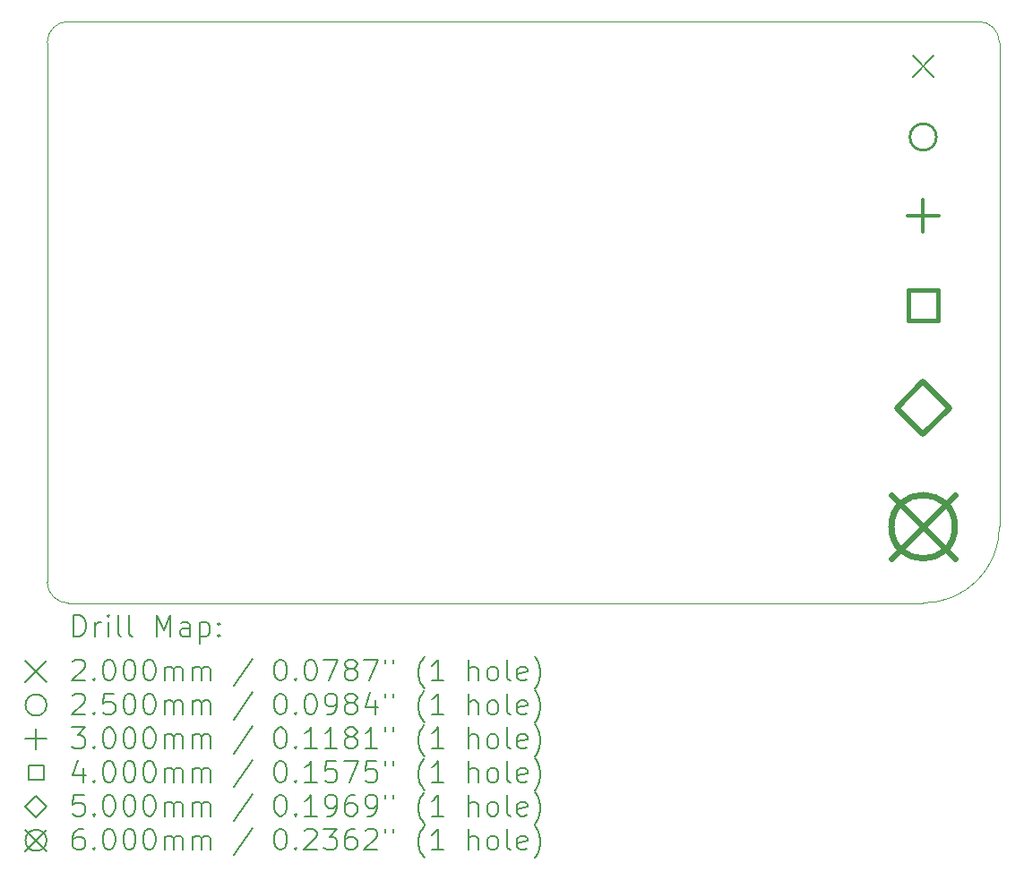
<source format=gbr>
%FSLAX45Y45*%
G04 Gerber Fmt 4.5, Leading zero omitted, Abs format (unit mm)*
G04 Created by KiCad (PCBNEW (6.0.0)) date 2022-07-14 20:59:10*
%MOMM*%
%LPD*%
G01*
G04 APERTURE LIST*
%TA.AperFunction,Profile*%
%ADD10C,0.100000*%
%TD*%
%ADD11C,0.200000*%
%ADD12C,0.250000*%
%ADD13C,0.300000*%
%ADD14C,0.400000*%
%ADD15C,0.500000*%
%ADD16C,0.600000*%
G04 APERTURE END LIST*
D10*
X24500000Y-12450000D02*
X24500000Y-17028600D01*
X15700000Y-12250000D02*
X24300000Y-12250000D01*
X24500000Y-12450000D02*
G75*
G03*
X24300000Y-12250000I-200000J0D01*
G01*
X15700000Y-12250000D02*
G75*
G03*
X15500000Y-12450000I0J-200000D01*
G01*
X15500000Y-12450000D02*
X15500000Y-17550000D01*
X23778600Y-17750000D02*
G75*
G03*
X24500000Y-17028600I0J721400D01*
G01*
X15700000Y-17750000D02*
X23778600Y-17750000D01*
X15500000Y-17550000D02*
G75*
G03*
X15700000Y-17750000I200000J0D01*
G01*
D11*
X23678600Y-12571400D02*
X23878600Y-12771400D01*
X23878600Y-12571400D02*
X23678600Y-12771400D01*
D12*
X23903600Y-13342900D02*
G75*
G03*
X23903600Y-13342900I-125000J0D01*
G01*
D13*
X23778600Y-13939300D02*
X23778600Y-14239300D01*
X23628600Y-14089300D02*
X23928600Y-14089300D01*
D14*
X23920023Y-15077123D02*
X23920023Y-14794277D01*
X23637177Y-14794277D01*
X23637177Y-15077123D01*
X23920023Y-15077123D01*
D15*
X23778600Y-16157100D02*
X24028600Y-15907100D01*
X23778600Y-15657100D01*
X23528600Y-15907100D01*
X23778600Y-16157100D01*
D16*
X23478600Y-16728600D02*
X24078600Y-17328600D01*
X24078600Y-16728600D02*
X23478600Y-17328600D01*
X24078600Y-17028600D02*
G75*
G03*
X24078600Y-17028600I-300000J0D01*
G01*
D11*
X15752619Y-18065476D02*
X15752619Y-17865476D01*
X15800238Y-17865476D01*
X15828809Y-17875000D01*
X15847857Y-17894048D01*
X15857381Y-17913095D01*
X15866905Y-17951190D01*
X15866905Y-17979762D01*
X15857381Y-18017857D01*
X15847857Y-18036905D01*
X15828809Y-18055952D01*
X15800238Y-18065476D01*
X15752619Y-18065476D01*
X15952619Y-18065476D02*
X15952619Y-17932143D01*
X15952619Y-17970238D02*
X15962143Y-17951190D01*
X15971667Y-17941667D01*
X15990714Y-17932143D01*
X16009762Y-17932143D01*
X16076428Y-18065476D02*
X16076428Y-17932143D01*
X16076428Y-17865476D02*
X16066905Y-17875000D01*
X16076428Y-17884524D01*
X16085952Y-17875000D01*
X16076428Y-17865476D01*
X16076428Y-17884524D01*
X16200238Y-18065476D02*
X16181190Y-18055952D01*
X16171667Y-18036905D01*
X16171667Y-17865476D01*
X16305000Y-18065476D02*
X16285952Y-18055952D01*
X16276428Y-18036905D01*
X16276428Y-17865476D01*
X16533571Y-18065476D02*
X16533571Y-17865476D01*
X16600238Y-18008333D01*
X16666905Y-17865476D01*
X16666905Y-18065476D01*
X16847857Y-18065476D02*
X16847857Y-17960714D01*
X16838333Y-17941667D01*
X16819286Y-17932143D01*
X16781190Y-17932143D01*
X16762143Y-17941667D01*
X16847857Y-18055952D02*
X16828810Y-18065476D01*
X16781190Y-18065476D01*
X16762143Y-18055952D01*
X16752619Y-18036905D01*
X16752619Y-18017857D01*
X16762143Y-17998810D01*
X16781190Y-17989286D01*
X16828810Y-17989286D01*
X16847857Y-17979762D01*
X16943095Y-17932143D02*
X16943095Y-18132143D01*
X16943095Y-17941667D02*
X16962143Y-17932143D01*
X17000238Y-17932143D01*
X17019286Y-17941667D01*
X17028810Y-17951190D01*
X17038333Y-17970238D01*
X17038333Y-18027381D01*
X17028810Y-18046429D01*
X17019286Y-18055952D01*
X17000238Y-18065476D01*
X16962143Y-18065476D01*
X16943095Y-18055952D01*
X17124048Y-18046429D02*
X17133571Y-18055952D01*
X17124048Y-18065476D01*
X17114524Y-18055952D01*
X17124048Y-18046429D01*
X17124048Y-18065476D01*
X17124048Y-17941667D02*
X17133571Y-17951190D01*
X17124048Y-17960714D01*
X17114524Y-17951190D01*
X17124048Y-17941667D01*
X17124048Y-17960714D01*
X15295000Y-18295000D02*
X15495000Y-18495000D01*
X15495000Y-18295000D02*
X15295000Y-18495000D01*
X15743095Y-18304524D02*
X15752619Y-18295000D01*
X15771667Y-18285476D01*
X15819286Y-18285476D01*
X15838333Y-18295000D01*
X15847857Y-18304524D01*
X15857381Y-18323571D01*
X15857381Y-18342619D01*
X15847857Y-18371190D01*
X15733571Y-18485476D01*
X15857381Y-18485476D01*
X15943095Y-18466429D02*
X15952619Y-18475952D01*
X15943095Y-18485476D01*
X15933571Y-18475952D01*
X15943095Y-18466429D01*
X15943095Y-18485476D01*
X16076428Y-18285476D02*
X16095476Y-18285476D01*
X16114524Y-18295000D01*
X16124048Y-18304524D01*
X16133571Y-18323571D01*
X16143095Y-18361667D01*
X16143095Y-18409286D01*
X16133571Y-18447381D01*
X16124048Y-18466429D01*
X16114524Y-18475952D01*
X16095476Y-18485476D01*
X16076428Y-18485476D01*
X16057381Y-18475952D01*
X16047857Y-18466429D01*
X16038333Y-18447381D01*
X16028809Y-18409286D01*
X16028809Y-18361667D01*
X16038333Y-18323571D01*
X16047857Y-18304524D01*
X16057381Y-18295000D01*
X16076428Y-18285476D01*
X16266905Y-18285476D02*
X16285952Y-18285476D01*
X16305000Y-18295000D01*
X16314524Y-18304524D01*
X16324048Y-18323571D01*
X16333571Y-18361667D01*
X16333571Y-18409286D01*
X16324048Y-18447381D01*
X16314524Y-18466429D01*
X16305000Y-18475952D01*
X16285952Y-18485476D01*
X16266905Y-18485476D01*
X16247857Y-18475952D01*
X16238333Y-18466429D01*
X16228809Y-18447381D01*
X16219286Y-18409286D01*
X16219286Y-18361667D01*
X16228809Y-18323571D01*
X16238333Y-18304524D01*
X16247857Y-18295000D01*
X16266905Y-18285476D01*
X16457381Y-18285476D02*
X16476428Y-18285476D01*
X16495476Y-18295000D01*
X16505000Y-18304524D01*
X16514524Y-18323571D01*
X16524048Y-18361667D01*
X16524048Y-18409286D01*
X16514524Y-18447381D01*
X16505000Y-18466429D01*
X16495476Y-18475952D01*
X16476428Y-18485476D01*
X16457381Y-18485476D01*
X16438333Y-18475952D01*
X16428809Y-18466429D01*
X16419286Y-18447381D01*
X16409762Y-18409286D01*
X16409762Y-18361667D01*
X16419286Y-18323571D01*
X16428809Y-18304524D01*
X16438333Y-18295000D01*
X16457381Y-18285476D01*
X16609762Y-18485476D02*
X16609762Y-18352143D01*
X16609762Y-18371190D02*
X16619286Y-18361667D01*
X16638333Y-18352143D01*
X16666905Y-18352143D01*
X16685952Y-18361667D01*
X16695476Y-18380714D01*
X16695476Y-18485476D01*
X16695476Y-18380714D02*
X16705000Y-18361667D01*
X16724048Y-18352143D01*
X16752619Y-18352143D01*
X16771667Y-18361667D01*
X16781190Y-18380714D01*
X16781190Y-18485476D01*
X16876429Y-18485476D02*
X16876429Y-18352143D01*
X16876429Y-18371190D02*
X16885952Y-18361667D01*
X16905000Y-18352143D01*
X16933571Y-18352143D01*
X16952619Y-18361667D01*
X16962143Y-18380714D01*
X16962143Y-18485476D01*
X16962143Y-18380714D02*
X16971667Y-18361667D01*
X16990714Y-18352143D01*
X17019286Y-18352143D01*
X17038333Y-18361667D01*
X17047857Y-18380714D01*
X17047857Y-18485476D01*
X17438333Y-18275952D02*
X17266905Y-18533095D01*
X17695476Y-18285476D02*
X17714524Y-18285476D01*
X17733571Y-18295000D01*
X17743095Y-18304524D01*
X17752619Y-18323571D01*
X17762143Y-18361667D01*
X17762143Y-18409286D01*
X17752619Y-18447381D01*
X17743095Y-18466429D01*
X17733571Y-18475952D01*
X17714524Y-18485476D01*
X17695476Y-18485476D01*
X17676429Y-18475952D01*
X17666905Y-18466429D01*
X17657381Y-18447381D01*
X17647857Y-18409286D01*
X17647857Y-18361667D01*
X17657381Y-18323571D01*
X17666905Y-18304524D01*
X17676429Y-18295000D01*
X17695476Y-18285476D01*
X17847857Y-18466429D02*
X17857381Y-18475952D01*
X17847857Y-18485476D01*
X17838333Y-18475952D01*
X17847857Y-18466429D01*
X17847857Y-18485476D01*
X17981190Y-18285476D02*
X18000238Y-18285476D01*
X18019286Y-18295000D01*
X18028810Y-18304524D01*
X18038333Y-18323571D01*
X18047857Y-18361667D01*
X18047857Y-18409286D01*
X18038333Y-18447381D01*
X18028810Y-18466429D01*
X18019286Y-18475952D01*
X18000238Y-18485476D01*
X17981190Y-18485476D01*
X17962143Y-18475952D01*
X17952619Y-18466429D01*
X17943095Y-18447381D01*
X17933571Y-18409286D01*
X17933571Y-18361667D01*
X17943095Y-18323571D01*
X17952619Y-18304524D01*
X17962143Y-18295000D01*
X17981190Y-18285476D01*
X18114524Y-18285476D02*
X18247857Y-18285476D01*
X18162143Y-18485476D01*
X18352619Y-18371190D02*
X18333571Y-18361667D01*
X18324048Y-18352143D01*
X18314524Y-18333095D01*
X18314524Y-18323571D01*
X18324048Y-18304524D01*
X18333571Y-18295000D01*
X18352619Y-18285476D01*
X18390714Y-18285476D01*
X18409762Y-18295000D01*
X18419286Y-18304524D01*
X18428810Y-18323571D01*
X18428810Y-18333095D01*
X18419286Y-18352143D01*
X18409762Y-18361667D01*
X18390714Y-18371190D01*
X18352619Y-18371190D01*
X18333571Y-18380714D01*
X18324048Y-18390238D01*
X18314524Y-18409286D01*
X18314524Y-18447381D01*
X18324048Y-18466429D01*
X18333571Y-18475952D01*
X18352619Y-18485476D01*
X18390714Y-18485476D01*
X18409762Y-18475952D01*
X18419286Y-18466429D01*
X18428810Y-18447381D01*
X18428810Y-18409286D01*
X18419286Y-18390238D01*
X18409762Y-18380714D01*
X18390714Y-18371190D01*
X18495476Y-18285476D02*
X18628810Y-18285476D01*
X18543095Y-18485476D01*
X18695476Y-18285476D02*
X18695476Y-18323571D01*
X18771667Y-18285476D02*
X18771667Y-18323571D01*
X19066905Y-18561667D02*
X19057381Y-18552143D01*
X19038333Y-18523571D01*
X19028810Y-18504524D01*
X19019286Y-18475952D01*
X19009762Y-18428333D01*
X19009762Y-18390238D01*
X19019286Y-18342619D01*
X19028810Y-18314048D01*
X19038333Y-18295000D01*
X19057381Y-18266429D01*
X19066905Y-18256905D01*
X19247857Y-18485476D02*
X19133571Y-18485476D01*
X19190714Y-18485476D02*
X19190714Y-18285476D01*
X19171667Y-18314048D01*
X19152619Y-18333095D01*
X19133571Y-18342619D01*
X19485952Y-18485476D02*
X19485952Y-18285476D01*
X19571667Y-18485476D02*
X19571667Y-18380714D01*
X19562143Y-18361667D01*
X19543095Y-18352143D01*
X19514524Y-18352143D01*
X19495476Y-18361667D01*
X19485952Y-18371190D01*
X19695476Y-18485476D02*
X19676429Y-18475952D01*
X19666905Y-18466429D01*
X19657381Y-18447381D01*
X19657381Y-18390238D01*
X19666905Y-18371190D01*
X19676429Y-18361667D01*
X19695476Y-18352143D01*
X19724048Y-18352143D01*
X19743095Y-18361667D01*
X19752619Y-18371190D01*
X19762143Y-18390238D01*
X19762143Y-18447381D01*
X19752619Y-18466429D01*
X19743095Y-18475952D01*
X19724048Y-18485476D01*
X19695476Y-18485476D01*
X19876429Y-18485476D02*
X19857381Y-18475952D01*
X19847857Y-18456905D01*
X19847857Y-18285476D01*
X20028810Y-18475952D02*
X20009762Y-18485476D01*
X19971667Y-18485476D01*
X19952619Y-18475952D01*
X19943095Y-18456905D01*
X19943095Y-18380714D01*
X19952619Y-18361667D01*
X19971667Y-18352143D01*
X20009762Y-18352143D01*
X20028810Y-18361667D01*
X20038333Y-18380714D01*
X20038333Y-18399762D01*
X19943095Y-18418810D01*
X20105000Y-18561667D02*
X20114524Y-18552143D01*
X20133571Y-18523571D01*
X20143095Y-18504524D01*
X20152619Y-18475952D01*
X20162143Y-18428333D01*
X20162143Y-18390238D01*
X20152619Y-18342619D01*
X20143095Y-18314048D01*
X20133571Y-18295000D01*
X20114524Y-18266429D01*
X20105000Y-18256905D01*
X15495000Y-18715000D02*
G75*
G03*
X15495000Y-18715000I-100000J0D01*
G01*
X15743095Y-18624524D02*
X15752619Y-18615000D01*
X15771667Y-18605476D01*
X15819286Y-18605476D01*
X15838333Y-18615000D01*
X15847857Y-18624524D01*
X15857381Y-18643571D01*
X15857381Y-18662619D01*
X15847857Y-18691190D01*
X15733571Y-18805476D01*
X15857381Y-18805476D01*
X15943095Y-18786429D02*
X15952619Y-18795952D01*
X15943095Y-18805476D01*
X15933571Y-18795952D01*
X15943095Y-18786429D01*
X15943095Y-18805476D01*
X16133571Y-18605476D02*
X16038333Y-18605476D01*
X16028809Y-18700714D01*
X16038333Y-18691190D01*
X16057381Y-18681667D01*
X16105000Y-18681667D01*
X16124048Y-18691190D01*
X16133571Y-18700714D01*
X16143095Y-18719762D01*
X16143095Y-18767381D01*
X16133571Y-18786429D01*
X16124048Y-18795952D01*
X16105000Y-18805476D01*
X16057381Y-18805476D01*
X16038333Y-18795952D01*
X16028809Y-18786429D01*
X16266905Y-18605476D02*
X16285952Y-18605476D01*
X16305000Y-18615000D01*
X16314524Y-18624524D01*
X16324048Y-18643571D01*
X16333571Y-18681667D01*
X16333571Y-18729286D01*
X16324048Y-18767381D01*
X16314524Y-18786429D01*
X16305000Y-18795952D01*
X16285952Y-18805476D01*
X16266905Y-18805476D01*
X16247857Y-18795952D01*
X16238333Y-18786429D01*
X16228809Y-18767381D01*
X16219286Y-18729286D01*
X16219286Y-18681667D01*
X16228809Y-18643571D01*
X16238333Y-18624524D01*
X16247857Y-18615000D01*
X16266905Y-18605476D01*
X16457381Y-18605476D02*
X16476428Y-18605476D01*
X16495476Y-18615000D01*
X16505000Y-18624524D01*
X16514524Y-18643571D01*
X16524048Y-18681667D01*
X16524048Y-18729286D01*
X16514524Y-18767381D01*
X16505000Y-18786429D01*
X16495476Y-18795952D01*
X16476428Y-18805476D01*
X16457381Y-18805476D01*
X16438333Y-18795952D01*
X16428809Y-18786429D01*
X16419286Y-18767381D01*
X16409762Y-18729286D01*
X16409762Y-18681667D01*
X16419286Y-18643571D01*
X16428809Y-18624524D01*
X16438333Y-18615000D01*
X16457381Y-18605476D01*
X16609762Y-18805476D02*
X16609762Y-18672143D01*
X16609762Y-18691190D02*
X16619286Y-18681667D01*
X16638333Y-18672143D01*
X16666905Y-18672143D01*
X16685952Y-18681667D01*
X16695476Y-18700714D01*
X16695476Y-18805476D01*
X16695476Y-18700714D02*
X16705000Y-18681667D01*
X16724048Y-18672143D01*
X16752619Y-18672143D01*
X16771667Y-18681667D01*
X16781190Y-18700714D01*
X16781190Y-18805476D01*
X16876429Y-18805476D02*
X16876429Y-18672143D01*
X16876429Y-18691190D02*
X16885952Y-18681667D01*
X16905000Y-18672143D01*
X16933571Y-18672143D01*
X16952619Y-18681667D01*
X16962143Y-18700714D01*
X16962143Y-18805476D01*
X16962143Y-18700714D02*
X16971667Y-18681667D01*
X16990714Y-18672143D01*
X17019286Y-18672143D01*
X17038333Y-18681667D01*
X17047857Y-18700714D01*
X17047857Y-18805476D01*
X17438333Y-18595952D02*
X17266905Y-18853095D01*
X17695476Y-18605476D02*
X17714524Y-18605476D01*
X17733571Y-18615000D01*
X17743095Y-18624524D01*
X17752619Y-18643571D01*
X17762143Y-18681667D01*
X17762143Y-18729286D01*
X17752619Y-18767381D01*
X17743095Y-18786429D01*
X17733571Y-18795952D01*
X17714524Y-18805476D01*
X17695476Y-18805476D01*
X17676429Y-18795952D01*
X17666905Y-18786429D01*
X17657381Y-18767381D01*
X17647857Y-18729286D01*
X17647857Y-18681667D01*
X17657381Y-18643571D01*
X17666905Y-18624524D01*
X17676429Y-18615000D01*
X17695476Y-18605476D01*
X17847857Y-18786429D02*
X17857381Y-18795952D01*
X17847857Y-18805476D01*
X17838333Y-18795952D01*
X17847857Y-18786429D01*
X17847857Y-18805476D01*
X17981190Y-18605476D02*
X18000238Y-18605476D01*
X18019286Y-18615000D01*
X18028810Y-18624524D01*
X18038333Y-18643571D01*
X18047857Y-18681667D01*
X18047857Y-18729286D01*
X18038333Y-18767381D01*
X18028810Y-18786429D01*
X18019286Y-18795952D01*
X18000238Y-18805476D01*
X17981190Y-18805476D01*
X17962143Y-18795952D01*
X17952619Y-18786429D01*
X17943095Y-18767381D01*
X17933571Y-18729286D01*
X17933571Y-18681667D01*
X17943095Y-18643571D01*
X17952619Y-18624524D01*
X17962143Y-18615000D01*
X17981190Y-18605476D01*
X18143095Y-18805476D02*
X18181190Y-18805476D01*
X18200238Y-18795952D01*
X18209762Y-18786429D01*
X18228810Y-18757857D01*
X18238333Y-18719762D01*
X18238333Y-18643571D01*
X18228810Y-18624524D01*
X18219286Y-18615000D01*
X18200238Y-18605476D01*
X18162143Y-18605476D01*
X18143095Y-18615000D01*
X18133571Y-18624524D01*
X18124048Y-18643571D01*
X18124048Y-18691190D01*
X18133571Y-18710238D01*
X18143095Y-18719762D01*
X18162143Y-18729286D01*
X18200238Y-18729286D01*
X18219286Y-18719762D01*
X18228810Y-18710238D01*
X18238333Y-18691190D01*
X18352619Y-18691190D02*
X18333571Y-18681667D01*
X18324048Y-18672143D01*
X18314524Y-18653095D01*
X18314524Y-18643571D01*
X18324048Y-18624524D01*
X18333571Y-18615000D01*
X18352619Y-18605476D01*
X18390714Y-18605476D01*
X18409762Y-18615000D01*
X18419286Y-18624524D01*
X18428810Y-18643571D01*
X18428810Y-18653095D01*
X18419286Y-18672143D01*
X18409762Y-18681667D01*
X18390714Y-18691190D01*
X18352619Y-18691190D01*
X18333571Y-18700714D01*
X18324048Y-18710238D01*
X18314524Y-18729286D01*
X18314524Y-18767381D01*
X18324048Y-18786429D01*
X18333571Y-18795952D01*
X18352619Y-18805476D01*
X18390714Y-18805476D01*
X18409762Y-18795952D01*
X18419286Y-18786429D01*
X18428810Y-18767381D01*
X18428810Y-18729286D01*
X18419286Y-18710238D01*
X18409762Y-18700714D01*
X18390714Y-18691190D01*
X18600238Y-18672143D02*
X18600238Y-18805476D01*
X18552619Y-18595952D02*
X18505000Y-18738810D01*
X18628810Y-18738810D01*
X18695476Y-18605476D02*
X18695476Y-18643571D01*
X18771667Y-18605476D02*
X18771667Y-18643571D01*
X19066905Y-18881667D02*
X19057381Y-18872143D01*
X19038333Y-18843571D01*
X19028810Y-18824524D01*
X19019286Y-18795952D01*
X19009762Y-18748333D01*
X19009762Y-18710238D01*
X19019286Y-18662619D01*
X19028810Y-18634048D01*
X19038333Y-18615000D01*
X19057381Y-18586429D01*
X19066905Y-18576905D01*
X19247857Y-18805476D02*
X19133571Y-18805476D01*
X19190714Y-18805476D02*
X19190714Y-18605476D01*
X19171667Y-18634048D01*
X19152619Y-18653095D01*
X19133571Y-18662619D01*
X19485952Y-18805476D02*
X19485952Y-18605476D01*
X19571667Y-18805476D02*
X19571667Y-18700714D01*
X19562143Y-18681667D01*
X19543095Y-18672143D01*
X19514524Y-18672143D01*
X19495476Y-18681667D01*
X19485952Y-18691190D01*
X19695476Y-18805476D02*
X19676429Y-18795952D01*
X19666905Y-18786429D01*
X19657381Y-18767381D01*
X19657381Y-18710238D01*
X19666905Y-18691190D01*
X19676429Y-18681667D01*
X19695476Y-18672143D01*
X19724048Y-18672143D01*
X19743095Y-18681667D01*
X19752619Y-18691190D01*
X19762143Y-18710238D01*
X19762143Y-18767381D01*
X19752619Y-18786429D01*
X19743095Y-18795952D01*
X19724048Y-18805476D01*
X19695476Y-18805476D01*
X19876429Y-18805476D02*
X19857381Y-18795952D01*
X19847857Y-18776905D01*
X19847857Y-18605476D01*
X20028810Y-18795952D02*
X20009762Y-18805476D01*
X19971667Y-18805476D01*
X19952619Y-18795952D01*
X19943095Y-18776905D01*
X19943095Y-18700714D01*
X19952619Y-18681667D01*
X19971667Y-18672143D01*
X20009762Y-18672143D01*
X20028810Y-18681667D01*
X20038333Y-18700714D01*
X20038333Y-18719762D01*
X19943095Y-18738810D01*
X20105000Y-18881667D02*
X20114524Y-18872143D01*
X20133571Y-18843571D01*
X20143095Y-18824524D01*
X20152619Y-18795952D01*
X20162143Y-18748333D01*
X20162143Y-18710238D01*
X20152619Y-18662619D01*
X20143095Y-18634048D01*
X20133571Y-18615000D01*
X20114524Y-18586429D01*
X20105000Y-18576905D01*
X15395000Y-18935000D02*
X15395000Y-19135000D01*
X15295000Y-19035000D02*
X15495000Y-19035000D01*
X15733571Y-18925476D02*
X15857381Y-18925476D01*
X15790714Y-19001667D01*
X15819286Y-19001667D01*
X15838333Y-19011190D01*
X15847857Y-19020714D01*
X15857381Y-19039762D01*
X15857381Y-19087381D01*
X15847857Y-19106429D01*
X15838333Y-19115952D01*
X15819286Y-19125476D01*
X15762143Y-19125476D01*
X15743095Y-19115952D01*
X15733571Y-19106429D01*
X15943095Y-19106429D02*
X15952619Y-19115952D01*
X15943095Y-19125476D01*
X15933571Y-19115952D01*
X15943095Y-19106429D01*
X15943095Y-19125476D01*
X16076428Y-18925476D02*
X16095476Y-18925476D01*
X16114524Y-18935000D01*
X16124048Y-18944524D01*
X16133571Y-18963571D01*
X16143095Y-19001667D01*
X16143095Y-19049286D01*
X16133571Y-19087381D01*
X16124048Y-19106429D01*
X16114524Y-19115952D01*
X16095476Y-19125476D01*
X16076428Y-19125476D01*
X16057381Y-19115952D01*
X16047857Y-19106429D01*
X16038333Y-19087381D01*
X16028809Y-19049286D01*
X16028809Y-19001667D01*
X16038333Y-18963571D01*
X16047857Y-18944524D01*
X16057381Y-18935000D01*
X16076428Y-18925476D01*
X16266905Y-18925476D02*
X16285952Y-18925476D01*
X16305000Y-18935000D01*
X16314524Y-18944524D01*
X16324048Y-18963571D01*
X16333571Y-19001667D01*
X16333571Y-19049286D01*
X16324048Y-19087381D01*
X16314524Y-19106429D01*
X16305000Y-19115952D01*
X16285952Y-19125476D01*
X16266905Y-19125476D01*
X16247857Y-19115952D01*
X16238333Y-19106429D01*
X16228809Y-19087381D01*
X16219286Y-19049286D01*
X16219286Y-19001667D01*
X16228809Y-18963571D01*
X16238333Y-18944524D01*
X16247857Y-18935000D01*
X16266905Y-18925476D01*
X16457381Y-18925476D02*
X16476428Y-18925476D01*
X16495476Y-18935000D01*
X16505000Y-18944524D01*
X16514524Y-18963571D01*
X16524048Y-19001667D01*
X16524048Y-19049286D01*
X16514524Y-19087381D01*
X16505000Y-19106429D01*
X16495476Y-19115952D01*
X16476428Y-19125476D01*
X16457381Y-19125476D01*
X16438333Y-19115952D01*
X16428809Y-19106429D01*
X16419286Y-19087381D01*
X16409762Y-19049286D01*
X16409762Y-19001667D01*
X16419286Y-18963571D01*
X16428809Y-18944524D01*
X16438333Y-18935000D01*
X16457381Y-18925476D01*
X16609762Y-19125476D02*
X16609762Y-18992143D01*
X16609762Y-19011190D02*
X16619286Y-19001667D01*
X16638333Y-18992143D01*
X16666905Y-18992143D01*
X16685952Y-19001667D01*
X16695476Y-19020714D01*
X16695476Y-19125476D01*
X16695476Y-19020714D02*
X16705000Y-19001667D01*
X16724048Y-18992143D01*
X16752619Y-18992143D01*
X16771667Y-19001667D01*
X16781190Y-19020714D01*
X16781190Y-19125476D01*
X16876429Y-19125476D02*
X16876429Y-18992143D01*
X16876429Y-19011190D02*
X16885952Y-19001667D01*
X16905000Y-18992143D01*
X16933571Y-18992143D01*
X16952619Y-19001667D01*
X16962143Y-19020714D01*
X16962143Y-19125476D01*
X16962143Y-19020714D02*
X16971667Y-19001667D01*
X16990714Y-18992143D01*
X17019286Y-18992143D01*
X17038333Y-19001667D01*
X17047857Y-19020714D01*
X17047857Y-19125476D01*
X17438333Y-18915952D02*
X17266905Y-19173095D01*
X17695476Y-18925476D02*
X17714524Y-18925476D01*
X17733571Y-18935000D01*
X17743095Y-18944524D01*
X17752619Y-18963571D01*
X17762143Y-19001667D01*
X17762143Y-19049286D01*
X17752619Y-19087381D01*
X17743095Y-19106429D01*
X17733571Y-19115952D01*
X17714524Y-19125476D01*
X17695476Y-19125476D01*
X17676429Y-19115952D01*
X17666905Y-19106429D01*
X17657381Y-19087381D01*
X17647857Y-19049286D01*
X17647857Y-19001667D01*
X17657381Y-18963571D01*
X17666905Y-18944524D01*
X17676429Y-18935000D01*
X17695476Y-18925476D01*
X17847857Y-19106429D02*
X17857381Y-19115952D01*
X17847857Y-19125476D01*
X17838333Y-19115952D01*
X17847857Y-19106429D01*
X17847857Y-19125476D01*
X18047857Y-19125476D02*
X17933571Y-19125476D01*
X17990714Y-19125476D02*
X17990714Y-18925476D01*
X17971667Y-18954048D01*
X17952619Y-18973095D01*
X17933571Y-18982619D01*
X18238333Y-19125476D02*
X18124048Y-19125476D01*
X18181190Y-19125476D02*
X18181190Y-18925476D01*
X18162143Y-18954048D01*
X18143095Y-18973095D01*
X18124048Y-18982619D01*
X18352619Y-19011190D02*
X18333571Y-19001667D01*
X18324048Y-18992143D01*
X18314524Y-18973095D01*
X18314524Y-18963571D01*
X18324048Y-18944524D01*
X18333571Y-18935000D01*
X18352619Y-18925476D01*
X18390714Y-18925476D01*
X18409762Y-18935000D01*
X18419286Y-18944524D01*
X18428810Y-18963571D01*
X18428810Y-18973095D01*
X18419286Y-18992143D01*
X18409762Y-19001667D01*
X18390714Y-19011190D01*
X18352619Y-19011190D01*
X18333571Y-19020714D01*
X18324048Y-19030238D01*
X18314524Y-19049286D01*
X18314524Y-19087381D01*
X18324048Y-19106429D01*
X18333571Y-19115952D01*
X18352619Y-19125476D01*
X18390714Y-19125476D01*
X18409762Y-19115952D01*
X18419286Y-19106429D01*
X18428810Y-19087381D01*
X18428810Y-19049286D01*
X18419286Y-19030238D01*
X18409762Y-19020714D01*
X18390714Y-19011190D01*
X18619286Y-19125476D02*
X18505000Y-19125476D01*
X18562143Y-19125476D02*
X18562143Y-18925476D01*
X18543095Y-18954048D01*
X18524048Y-18973095D01*
X18505000Y-18982619D01*
X18695476Y-18925476D02*
X18695476Y-18963571D01*
X18771667Y-18925476D02*
X18771667Y-18963571D01*
X19066905Y-19201667D02*
X19057381Y-19192143D01*
X19038333Y-19163571D01*
X19028810Y-19144524D01*
X19019286Y-19115952D01*
X19009762Y-19068333D01*
X19009762Y-19030238D01*
X19019286Y-18982619D01*
X19028810Y-18954048D01*
X19038333Y-18935000D01*
X19057381Y-18906429D01*
X19066905Y-18896905D01*
X19247857Y-19125476D02*
X19133571Y-19125476D01*
X19190714Y-19125476D02*
X19190714Y-18925476D01*
X19171667Y-18954048D01*
X19152619Y-18973095D01*
X19133571Y-18982619D01*
X19485952Y-19125476D02*
X19485952Y-18925476D01*
X19571667Y-19125476D02*
X19571667Y-19020714D01*
X19562143Y-19001667D01*
X19543095Y-18992143D01*
X19514524Y-18992143D01*
X19495476Y-19001667D01*
X19485952Y-19011190D01*
X19695476Y-19125476D02*
X19676429Y-19115952D01*
X19666905Y-19106429D01*
X19657381Y-19087381D01*
X19657381Y-19030238D01*
X19666905Y-19011190D01*
X19676429Y-19001667D01*
X19695476Y-18992143D01*
X19724048Y-18992143D01*
X19743095Y-19001667D01*
X19752619Y-19011190D01*
X19762143Y-19030238D01*
X19762143Y-19087381D01*
X19752619Y-19106429D01*
X19743095Y-19115952D01*
X19724048Y-19125476D01*
X19695476Y-19125476D01*
X19876429Y-19125476D02*
X19857381Y-19115952D01*
X19847857Y-19096905D01*
X19847857Y-18925476D01*
X20028810Y-19115952D02*
X20009762Y-19125476D01*
X19971667Y-19125476D01*
X19952619Y-19115952D01*
X19943095Y-19096905D01*
X19943095Y-19020714D01*
X19952619Y-19001667D01*
X19971667Y-18992143D01*
X20009762Y-18992143D01*
X20028810Y-19001667D01*
X20038333Y-19020714D01*
X20038333Y-19039762D01*
X19943095Y-19058810D01*
X20105000Y-19201667D02*
X20114524Y-19192143D01*
X20133571Y-19163571D01*
X20143095Y-19144524D01*
X20152619Y-19115952D01*
X20162143Y-19068333D01*
X20162143Y-19030238D01*
X20152619Y-18982619D01*
X20143095Y-18954048D01*
X20133571Y-18935000D01*
X20114524Y-18906429D01*
X20105000Y-18896905D01*
X15465711Y-19425711D02*
X15465711Y-19284289D01*
X15324289Y-19284289D01*
X15324289Y-19425711D01*
X15465711Y-19425711D01*
X15838333Y-19312143D02*
X15838333Y-19445476D01*
X15790714Y-19235952D02*
X15743095Y-19378810D01*
X15866905Y-19378810D01*
X15943095Y-19426429D02*
X15952619Y-19435952D01*
X15943095Y-19445476D01*
X15933571Y-19435952D01*
X15943095Y-19426429D01*
X15943095Y-19445476D01*
X16076428Y-19245476D02*
X16095476Y-19245476D01*
X16114524Y-19255000D01*
X16124048Y-19264524D01*
X16133571Y-19283571D01*
X16143095Y-19321667D01*
X16143095Y-19369286D01*
X16133571Y-19407381D01*
X16124048Y-19426429D01*
X16114524Y-19435952D01*
X16095476Y-19445476D01*
X16076428Y-19445476D01*
X16057381Y-19435952D01*
X16047857Y-19426429D01*
X16038333Y-19407381D01*
X16028809Y-19369286D01*
X16028809Y-19321667D01*
X16038333Y-19283571D01*
X16047857Y-19264524D01*
X16057381Y-19255000D01*
X16076428Y-19245476D01*
X16266905Y-19245476D02*
X16285952Y-19245476D01*
X16305000Y-19255000D01*
X16314524Y-19264524D01*
X16324048Y-19283571D01*
X16333571Y-19321667D01*
X16333571Y-19369286D01*
X16324048Y-19407381D01*
X16314524Y-19426429D01*
X16305000Y-19435952D01*
X16285952Y-19445476D01*
X16266905Y-19445476D01*
X16247857Y-19435952D01*
X16238333Y-19426429D01*
X16228809Y-19407381D01*
X16219286Y-19369286D01*
X16219286Y-19321667D01*
X16228809Y-19283571D01*
X16238333Y-19264524D01*
X16247857Y-19255000D01*
X16266905Y-19245476D01*
X16457381Y-19245476D02*
X16476428Y-19245476D01*
X16495476Y-19255000D01*
X16505000Y-19264524D01*
X16514524Y-19283571D01*
X16524048Y-19321667D01*
X16524048Y-19369286D01*
X16514524Y-19407381D01*
X16505000Y-19426429D01*
X16495476Y-19435952D01*
X16476428Y-19445476D01*
X16457381Y-19445476D01*
X16438333Y-19435952D01*
X16428809Y-19426429D01*
X16419286Y-19407381D01*
X16409762Y-19369286D01*
X16409762Y-19321667D01*
X16419286Y-19283571D01*
X16428809Y-19264524D01*
X16438333Y-19255000D01*
X16457381Y-19245476D01*
X16609762Y-19445476D02*
X16609762Y-19312143D01*
X16609762Y-19331190D02*
X16619286Y-19321667D01*
X16638333Y-19312143D01*
X16666905Y-19312143D01*
X16685952Y-19321667D01*
X16695476Y-19340714D01*
X16695476Y-19445476D01*
X16695476Y-19340714D02*
X16705000Y-19321667D01*
X16724048Y-19312143D01*
X16752619Y-19312143D01*
X16771667Y-19321667D01*
X16781190Y-19340714D01*
X16781190Y-19445476D01*
X16876429Y-19445476D02*
X16876429Y-19312143D01*
X16876429Y-19331190D02*
X16885952Y-19321667D01*
X16905000Y-19312143D01*
X16933571Y-19312143D01*
X16952619Y-19321667D01*
X16962143Y-19340714D01*
X16962143Y-19445476D01*
X16962143Y-19340714D02*
X16971667Y-19321667D01*
X16990714Y-19312143D01*
X17019286Y-19312143D01*
X17038333Y-19321667D01*
X17047857Y-19340714D01*
X17047857Y-19445476D01*
X17438333Y-19235952D02*
X17266905Y-19493095D01*
X17695476Y-19245476D02*
X17714524Y-19245476D01*
X17733571Y-19255000D01*
X17743095Y-19264524D01*
X17752619Y-19283571D01*
X17762143Y-19321667D01*
X17762143Y-19369286D01*
X17752619Y-19407381D01*
X17743095Y-19426429D01*
X17733571Y-19435952D01*
X17714524Y-19445476D01*
X17695476Y-19445476D01*
X17676429Y-19435952D01*
X17666905Y-19426429D01*
X17657381Y-19407381D01*
X17647857Y-19369286D01*
X17647857Y-19321667D01*
X17657381Y-19283571D01*
X17666905Y-19264524D01*
X17676429Y-19255000D01*
X17695476Y-19245476D01*
X17847857Y-19426429D02*
X17857381Y-19435952D01*
X17847857Y-19445476D01*
X17838333Y-19435952D01*
X17847857Y-19426429D01*
X17847857Y-19445476D01*
X18047857Y-19445476D02*
X17933571Y-19445476D01*
X17990714Y-19445476D02*
X17990714Y-19245476D01*
X17971667Y-19274048D01*
X17952619Y-19293095D01*
X17933571Y-19302619D01*
X18228810Y-19245476D02*
X18133571Y-19245476D01*
X18124048Y-19340714D01*
X18133571Y-19331190D01*
X18152619Y-19321667D01*
X18200238Y-19321667D01*
X18219286Y-19331190D01*
X18228810Y-19340714D01*
X18238333Y-19359762D01*
X18238333Y-19407381D01*
X18228810Y-19426429D01*
X18219286Y-19435952D01*
X18200238Y-19445476D01*
X18152619Y-19445476D01*
X18133571Y-19435952D01*
X18124048Y-19426429D01*
X18305000Y-19245476D02*
X18438333Y-19245476D01*
X18352619Y-19445476D01*
X18609762Y-19245476D02*
X18514524Y-19245476D01*
X18505000Y-19340714D01*
X18514524Y-19331190D01*
X18533571Y-19321667D01*
X18581190Y-19321667D01*
X18600238Y-19331190D01*
X18609762Y-19340714D01*
X18619286Y-19359762D01*
X18619286Y-19407381D01*
X18609762Y-19426429D01*
X18600238Y-19435952D01*
X18581190Y-19445476D01*
X18533571Y-19445476D01*
X18514524Y-19435952D01*
X18505000Y-19426429D01*
X18695476Y-19245476D02*
X18695476Y-19283571D01*
X18771667Y-19245476D02*
X18771667Y-19283571D01*
X19066905Y-19521667D02*
X19057381Y-19512143D01*
X19038333Y-19483571D01*
X19028810Y-19464524D01*
X19019286Y-19435952D01*
X19009762Y-19388333D01*
X19009762Y-19350238D01*
X19019286Y-19302619D01*
X19028810Y-19274048D01*
X19038333Y-19255000D01*
X19057381Y-19226429D01*
X19066905Y-19216905D01*
X19247857Y-19445476D02*
X19133571Y-19445476D01*
X19190714Y-19445476D02*
X19190714Y-19245476D01*
X19171667Y-19274048D01*
X19152619Y-19293095D01*
X19133571Y-19302619D01*
X19485952Y-19445476D02*
X19485952Y-19245476D01*
X19571667Y-19445476D02*
X19571667Y-19340714D01*
X19562143Y-19321667D01*
X19543095Y-19312143D01*
X19514524Y-19312143D01*
X19495476Y-19321667D01*
X19485952Y-19331190D01*
X19695476Y-19445476D02*
X19676429Y-19435952D01*
X19666905Y-19426429D01*
X19657381Y-19407381D01*
X19657381Y-19350238D01*
X19666905Y-19331190D01*
X19676429Y-19321667D01*
X19695476Y-19312143D01*
X19724048Y-19312143D01*
X19743095Y-19321667D01*
X19752619Y-19331190D01*
X19762143Y-19350238D01*
X19762143Y-19407381D01*
X19752619Y-19426429D01*
X19743095Y-19435952D01*
X19724048Y-19445476D01*
X19695476Y-19445476D01*
X19876429Y-19445476D02*
X19857381Y-19435952D01*
X19847857Y-19416905D01*
X19847857Y-19245476D01*
X20028810Y-19435952D02*
X20009762Y-19445476D01*
X19971667Y-19445476D01*
X19952619Y-19435952D01*
X19943095Y-19416905D01*
X19943095Y-19340714D01*
X19952619Y-19321667D01*
X19971667Y-19312143D01*
X20009762Y-19312143D01*
X20028810Y-19321667D01*
X20038333Y-19340714D01*
X20038333Y-19359762D01*
X19943095Y-19378810D01*
X20105000Y-19521667D02*
X20114524Y-19512143D01*
X20133571Y-19483571D01*
X20143095Y-19464524D01*
X20152619Y-19435952D01*
X20162143Y-19388333D01*
X20162143Y-19350238D01*
X20152619Y-19302619D01*
X20143095Y-19274048D01*
X20133571Y-19255000D01*
X20114524Y-19226429D01*
X20105000Y-19216905D01*
X15395000Y-19775000D02*
X15495000Y-19675000D01*
X15395000Y-19575000D01*
X15295000Y-19675000D01*
X15395000Y-19775000D01*
X15847857Y-19565476D02*
X15752619Y-19565476D01*
X15743095Y-19660714D01*
X15752619Y-19651190D01*
X15771667Y-19641667D01*
X15819286Y-19641667D01*
X15838333Y-19651190D01*
X15847857Y-19660714D01*
X15857381Y-19679762D01*
X15857381Y-19727381D01*
X15847857Y-19746429D01*
X15838333Y-19755952D01*
X15819286Y-19765476D01*
X15771667Y-19765476D01*
X15752619Y-19755952D01*
X15743095Y-19746429D01*
X15943095Y-19746429D02*
X15952619Y-19755952D01*
X15943095Y-19765476D01*
X15933571Y-19755952D01*
X15943095Y-19746429D01*
X15943095Y-19765476D01*
X16076428Y-19565476D02*
X16095476Y-19565476D01*
X16114524Y-19575000D01*
X16124048Y-19584524D01*
X16133571Y-19603571D01*
X16143095Y-19641667D01*
X16143095Y-19689286D01*
X16133571Y-19727381D01*
X16124048Y-19746429D01*
X16114524Y-19755952D01*
X16095476Y-19765476D01*
X16076428Y-19765476D01*
X16057381Y-19755952D01*
X16047857Y-19746429D01*
X16038333Y-19727381D01*
X16028809Y-19689286D01*
X16028809Y-19641667D01*
X16038333Y-19603571D01*
X16047857Y-19584524D01*
X16057381Y-19575000D01*
X16076428Y-19565476D01*
X16266905Y-19565476D02*
X16285952Y-19565476D01*
X16305000Y-19575000D01*
X16314524Y-19584524D01*
X16324048Y-19603571D01*
X16333571Y-19641667D01*
X16333571Y-19689286D01*
X16324048Y-19727381D01*
X16314524Y-19746429D01*
X16305000Y-19755952D01*
X16285952Y-19765476D01*
X16266905Y-19765476D01*
X16247857Y-19755952D01*
X16238333Y-19746429D01*
X16228809Y-19727381D01*
X16219286Y-19689286D01*
X16219286Y-19641667D01*
X16228809Y-19603571D01*
X16238333Y-19584524D01*
X16247857Y-19575000D01*
X16266905Y-19565476D01*
X16457381Y-19565476D02*
X16476428Y-19565476D01*
X16495476Y-19575000D01*
X16505000Y-19584524D01*
X16514524Y-19603571D01*
X16524048Y-19641667D01*
X16524048Y-19689286D01*
X16514524Y-19727381D01*
X16505000Y-19746429D01*
X16495476Y-19755952D01*
X16476428Y-19765476D01*
X16457381Y-19765476D01*
X16438333Y-19755952D01*
X16428809Y-19746429D01*
X16419286Y-19727381D01*
X16409762Y-19689286D01*
X16409762Y-19641667D01*
X16419286Y-19603571D01*
X16428809Y-19584524D01*
X16438333Y-19575000D01*
X16457381Y-19565476D01*
X16609762Y-19765476D02*
X16609762Y-19632143D01*
X16609762Y-19651190D02*
X16619286Y-19641667D01*
X16638333Y-19632143D01*
X16666905Y-19632143D01*
X16685952Y-19641667D01*
X16695476Y-19660714D01*
X16695476Y-19765476D01*
X16695476Y-19660714D02*
X16705000Y-19641667D01*
X16724048Y-19632143D01*
X16752619Y-19632143D01*
X16771667Y-19641667D01*
X16781190Y-19660714D01*
X16781190Y-19765476D01*
X16876429Y-19765476D02*
X16876429Y-19632143D01*
X16876429Y-19651190D02*
X16885952Y-19641667D01*
X16905000Y-19632143D01*
X16933571Y-19632143D01*
X16952619Y-19641667D01*
X16962143Y-19660714D01*
X16962143Y-19765476D01*
X16962143Y-19660714D02*
X16971667Y-19641667D01*
X16990714Y-19632143D01*
X17019286Y-19632143D01*
X17038333Y-19641667D01*
X17047857Y-19660714D01*
X17047857Y-19765476D01*
X17438333Y-19555952D02*
X17266905Y-19813095D01*
X17695476Y-19565476D02*
X17714524Y-19565476D01*
X17733571Y-19575000D01*
X17743095Y-19584524D01*
X17752619Y-19603571D01*
X17762143Y-19641667D01*
X17762143Y-19689286D01*
X17752619Y-19727381D01*
X17743095Y-19746429D01*
X17733571Y-19755952D01*
X17714524Y-19765476D01*
X17695476Y-19765476D01*
X17676429Y-19755952D01*
X17666905Y-19746429D01*
X17657381Y-19727381D01*
X17647857Y-19689286D01*
X17647857Y-19641667D01*
X17657381Y-19603571D01*
X17666905Y-19584524D01*
X17676429Y-19575000D01*
X17695476Y-19565476D01*
X17847857Y-19746429D02*
X17857381Y-19755952D01*
X17847857Y-19765476D01*
X17838333Y-19755952D01*
X17847857Y-19746429D01*
X17847857Y-19765476D01*
X18047857Y-19765476D02*
X17933571Y-19765476D01*
X17990714Y-19765476D02*
X17990714Y-19565476D01*
X17971667Y-19594048D01*
X17952619Y-19613095D01*
X17933571Y-19622619D01*
X18143095Y-19765476D02*
X18181190Y-19765476D01*
X18200238Y-19755952D01*
X18209762Y-19746429D01*
X18228810Y-19717857D01*
X18238333Y-19679762D01*
X18238333Y-19603571D01*
X18228810Y-19584524D01*
X18219286Y-19575000D01*
X18200238Y-19565476D01*
X18162143Y-19565476D01*
X18143095Y-19575000D01*
X18133571Y-19584524D01*
X18124048Y-19603571D01*
X18124048Y-19651190D01*
X18133571Y-19670238D01*
X18143095Y-19679762D01*
X18162143Y-19689286D01*
X18200238Y-19689286D01*
X18219286Y-19679762D01*
X18228810Y-19670238D01*
X18238333Y-19651190D01*
X18409762Y-19565476D02*
X18371667Y-19565476D01*
X18352619Y-19575000D01*
X18343095Y-19584524D01*
X18324048Y-19613095D01*
X18314524Y-19651190D01*
X18314524Y-19727381D01*
X18324048Y-19746429D01*
X18333571Y-19755952D01*
X18352619Y-19765476D01*
X18390714Y-19765476D01*
X18409762Y-19755952D01*
X18419286Y-19746429D01*
X18428810Y-19727381D01*
X18428810Y-19679762D01*
X18419286Y-19660714D01*
X18409762Y-19651190D01*
X18390714Y-19641667D01*
X18352619Y-19641667D01*
X18333571Y-19651190D01*
X18324048Y-19660714D01*
X18314524Y-19679762D01*
X18524048Y-19765476D02*
X18562143Y-19765476D01*
X18581190Y-19755952D01*
X18590714Y-19746429D01*
X18609762Y-19717857D01*
X18619286Y-19679762D01*
X18619286Y-19603571D01*
X18609762Y-19584524D01*
X18600238Y-19575000D01*
X18581190Y-19565476D01*
X18543095Y-19565476D01*
X18524048Y-19575000D01*
X18514524Y-19584524D01*
X18505000Y-19603571D01*
X18505000Y-19651190D01*
X18514524Y-19670238D01*
X18524048Y-19679762D01*
X18543095Y-19689286D01*
X18581190Y-19689286D01*
X18600238Y-19679762D01*
X18609762Y-19670238D01*
X18619286Y-19651190D01*
X18695476Y-19565476D02*
X18695476Y-19603571D01*
X18771667Y-19565476D02*
X18771667Y-19603571D01*
X19066905Y-19841667D02*
X19057381Y-19832143D01*
X19038333Y-19803571D01*
X19028810Y-19784524D01*
X19019286Y-19755952D01*
X19009762Y-19708333D01*
X19009762Y-19670238D01*
X19019286Y-19622619D01*
X19028810Y-19594048D01*
X19038333Y-19575000D01*
X19057381Y-19546429D01*
X19066905Y-19536905D01*
X19247857Y-19765476D02*
X19133571Y-19765476D01*
X19190714Y-19765476D02*
X19190714Y-19565476D01*
X19171667Y-19594048D01*
X19152619Y-19613095D01*
X19133571Y-19622619D01*
X19485952Y-19765476D02*
X19485952Y-19565476D01*
X19571667Y-19765476D02*
X19571667Y-19660714D01*
X19562143Y-19641667D01*
X19543095Y-19632143D01*
X19514524Y-19632143D01*
X19495476Y-19641667D01*
X19485952Y-19651190D01*
X19695476Y-19765476D02*
X19676429Y-19755952D01*
X19666905Y-19746429D01*
X19657381Y-19727381D01*
X19657381Y-19670238D01*
X19666905Y-19651190D01*
X19676429Y-19641667D01*
X19695476Y-19632143D01*
X19724048Y-19632143D01*
X19743095Y-19641667D01*
X19752619Y-19651190D01*
X19762143Y-19670238D01*
X19762143Y-19727381D01*
X19752619Y-19746429D01*
X19743095Y-19755952D01*
X19724048Y-19765476D01*
X19695476Y-19765476D01*
X19876429Y-19765476D02*
X19857381Y-19755952D01*
X19847857Y-19736905D01*
X19847857Y-19565476D01*
X20028810Y-19755952D02*
X20009762Y-19765476D01*
X19971667Y-19765476D01*
X19952619Y-19755952D01*
X19943095Y-19736905D01*
X19943095Y-19660714D01*
X19952619Y-19641667D01*
X19971667Y-19632143D01*
X20009762Y-19632143D01*
X20028810Y-19641667D01*
X20038333Y-19660714D01*
X20038333Y-19679762D01*
X19943095Y-19698810D01*
X20105000Y-19841667D02*
X20114524Y-19832143D01*
X20133571Y-19803571D01*
X20143095Y-19784524D01*
X20152619Y-19755952D01*
X20162143Y-19708333D01*
X20162143Y-19670238D01*
X20152619Y-19622619D01*
X20143095Y-19594048D01*
X20133571Y-19575000D01*
X20114524Y-19546429D01*
X20105000Y-19536905D01*
X15295000Y-19895000D02*
X15495000Y-20095000D01*
X15495000Y-19895000D02*
X15295000Y-20095000D01*
X15495000Y-19995000D02*
G75*
G03*
X15495000Y-19995000I-100000J0D01*
G01*
X15838333Y-19885476D02*
X15800238Y-19885476D01*
X15781190Y-19895000D01*
X15771667Y-19904524D01*
X15752619Y-19933095D01*
X15743095Y-19971190D01*
X15743095Y-20047381D01*
X15752619Y-20066429D01*
X15762143Y-20075952D01*
X15781190Y-20085476D01*
X15819286Y-20085476D01*
X15838333Y-20075952D01*
X15847857Y-20066429D01*
X15857381Y-20047381D01*
X15857381Y-19999762D01*
X15847857Y-19980714D01*
X15838333Y-19971190D01*
X15819286Y-19961667D01*
X15781190Y-19961667D01*
X15762143Y-19971190D01*
X15752619Y-19980714D01*
X15743095Y-19999762D01*
X15943095Y-20066429D02*
X15952619Y-20075952D01*
X15943095Y-20085476D01*
X15933571Y-20075952D01*
X15943095Y-20066429D01*
X15943095Y-20085476D01*
X16076428Y-19885476D02*
X16095476Y-19885476D01*
X16114524Y-19895000D01*
X16124048Y-19904524D01*
X16133571Y-19923571D01*
X16143095Y-19961667D01*
X16143095Y-20009286D01*
X16133571Y-20047381D01*
X16124048Y-20066429D01*
X16114524Y-20075952D01*
X16095476Y-20085476D01*
X16076428Y-20085476D01*
X16057381Y-20075952D01*
X16047857Y-20066429D01*
X16038333Y-20047381D01*
X16028809Y-20009286D01*
X16028809Y-19961667D01*
X16038333Y-19923571D01*
X16047857Y-19904524D01*
X16057381Y-19895000D01*
X16076428Y-19885476D01*
X16266905Y-19885476D02*
X16285952Y-19885476D01*
X16305000Y-19895000D01*
X16314524Y-19904524D01*
X16324048Y-19923571D01*
X16333571Y-19961667D01*
X16333571Y-20009286D01*
X16324048Y-20047381D01*
X16314524Y-20066429D01*
X16305000Y-20075952D01*
X16285952Y-20085476D01*
X16266905Y-20085476D01*
X16247857Y-20075952D01*
X16238333Y-20066429D01*
X16228809Y-20047381D01*
X16219286Y-20009286D01*
X16219286Y-19961667D01*
X16228809Y-19923571D01*
X16238333Y-19904524D01*
X16247857Y-19895000D01*
X16266905Y-19885476D01*
X16457381Y-19885476D02*
X16476428Y-19885476D01*
X16495476Y-19895000D01*
X16505000Y-19904524D01*
X16514524Y-19923571D01*
X16524048Y-19961667D01*
X16524048Y-20009286D01*
X16514524Y-20047381D01*
X16505000Y-20066429D01*
X16495476Y-20075952D01*
X16476428Y-20085476D01*
X16457381Y-20085476D01*
X16438333Y-20075952D01*
X16428809Y-20066429D01*
X16419286Y-20047381D01*
X16409762Y-20009286D01*
X16409762Y-19961667D01*
X16419286Y-19923571D01*
X16428809Y-19904524D01*
X16438333Y-19895000D01*
X16457381Y-19885476D01*
X16609762Y-20085476D02*
X16609762Y-19952143D01*
X16609762Y-19971190D02*
X16619286Y-19961667D01*
X16638333Y-19952143D01*
X16666905Y-19952143D01*
X16685952Y-19961667D01*
X16695476Y-19980714D01*
X16695476Y-20085476D01*
X16695476Y-19980714D02*
X16705000Y-19961667D01*
X16724048Y-19952143D01*
X16752619Y-19952143D01*
X16771667Y-19961667D01*
X16781190Y-19980714D01*
X16781190Y-20085476D01*
X16876429Y-20085476D02*
X16876429Y-19952143D01*
X16876429Y-19971190D02*
X16885952Y-19961667D01*
X16905000Y-19952143D01*
X16933571Y-19952143D01*
X16952619Y-19961667D01*
X16962143Y-19980714D01*
X16962143Y-20085476D01*
X16962143Y-19980714D02*
X16971667Y-19961667D01*
X16990714Y-19952143D01*
X17019286Y-19952143D01*
X17038333Y-19961667D01*
X17047857Y-19980714D01*
X17047857Y-20085476D01*
X17438333Y-19875952D02*
X17266905Y-20133095D01*
X17695476Y-19885476D02*
X17714524Y-19885476D01*
X17733571Y-19895000D01*
X17743095Y-19904524D01*
X17752619Y-19923571D01*
X17762143Y-19961667D01*
X17762143Y-20009286D01*
X17752619Y-20047381D01*
X17743095Y-20066429D01*
X17733571Y-20075952D01*
X17714524Y-20085476D01*
X17695476Y-20085476D01*
X17676429Y-20075952D01*
X17666905Y-20066429D01*
X17657381Y-20047381D01*
X17647857Y-20009286D01*
X17647857Y-19961667D01*
X17657381Y-19923571D01*
X17666905Y-19904524D01*
X17676429Y-19895000D01*
X17695476Y-19885476D01*
X17847857Y-20066429D02*
X17857381Y-20075952D01*
X17847857Y-20085476D01*
X17838333Y-20075952D01*
X17847857Y-20066429D01*
X17847857Y-20085476D01*
X17933571Y-19904524D02*
X17943095Y-19895000D01*
X17962143Y-19885476D01*
X18009762Y-19885476D01*
X18028810Y-19895000D01*
X18038333Y-19904524D01*
X18047857Y-19923571D01*
X18047857Y-19942619D01*
X18038333Y-19971190D01*
X17924048Y-20085476D01*
X18047857Y-20085476D01*
X18114524Y-19885476D02*
X18238333Y-19885476D01*
X18171667Y-19961667D01*
X18200238Y-19961667D01*
X18219286Y-19971190D01*
X18228810Y-19980714D01*
X18238333Y-19999762D01*
X18238333Y-20047381D01*
X18228810Y-20066429D01*
X18219286Y-20075952D01*
X18200238Y-20085476D01*
X18143095Y-20085476D01*
X18124048Y-20075952D01*
X18114524Y-20066429D01*
X18409762Y-19885476D02*
X18371667Y-19885476D01*
X18352619Y-19895000D01*
X18343095Y-19904524D01*
X18324048Y-19933095D01*
X18314524Y-19971190D01*
X18314524Y-20047381D01*
X18324048Y-20066429D01*
X18333571Y-20075952D01*
X18352619Y-20085476D01*
X18390714Y-20085476D01*
X18409762Y-20075952D01*
X18419286Y-20066429D01*
X18428810Y-20047381D01*
X18428810Y-19999762D01*
X18419286Y-19980714D01*
X18409762Y-19971190D01*
X18390714Y-19961667D01*
X18352619Y-19961667D01*
X18333571Y-19971190D01*
X18324048Y-19980714D01*
X18314524Y-19999762D01*
X18505000Y-19904524D02*
X18514524Y-19895000D01*
X18533571Y-19885476D01*
X18581190Y-19885476D01*
X18600238Y-19895000D01*
X18609762Y-19904524D01*
X18619286Y-19923571D01*
X18619286Y-19942619D01*
X18609762Y-19971190D01*
X18495476Y-20085476D01*
X18619286Y-20085476D01*
X18695476Y-19885476D02*
X18695476Y-19923571D01*
X18771667Y-19885476D02*
X18771667Y-19923571D01*
X19066905Y-20161667D02*
X19057381Y-20152143D01*
X19038333Y-20123571D01*
X19028810Y-20104524D01*
X19019286Y-20075952D01*
X19009762Y-20028333D01*
X19009762Y-19990238D01*
X19019286Y-19942619D01*
X19028810Y-19914048D01*
X19038333Y-19895000D01*
X19057381Y-19866429D01*
X19066905Y-19856905D01*
X19247857Y-20085476D02*
X19133571Y-20085476D01*
X19190714Y-20085476D02*
X19190714Y-19885476D01*
X19171667Y-19914048D01*
X19152619Y-19933095D01*
X19133571Y-19942619D01*
X19485952Y-20085476D02*
X19485952Y-19885476D01*
X19571667Y-20085476D02*
X19571667Y-19980714D01*
X19562143Y-19961667D01*
X19543095Y-19952143D01*
X19514524Y-19952143D01*
X19495476Y-19961667D01*
X19485952Y-19971190D01*
X19695476Y-20085476D02*
X19676429Y-20075952D01*
X19666905Y-20066429D01*
X19657381Y-20047381D01*
X19657381Y-19990238D01*
X19666905Y-19971190D01*
X19676429Y-19961667D01*
X19695476Y-19952143D01*
X19724048Y-19952143D01*
X19743095Y-19961667D01*
X19752619Y-19971190D01*
X19762143Y-19990238D01*
X19762143Y-20047381D01*
X19752619Y-20066429D01*
X19743095Y-20075952D01*
X19724048Y-20085476D01*
X19695476Y-20085476D01*
X19876429Y-20085476D02*
X19857381Y-20075952D01*
X19847857Y-20056905D01*
X19847857Y-19885476D01*
X20028810Y-20075952D02*
X20009762Y-20085476D01*
X19971667Y-20085476D01*
X19952619Y-20075952D01*
X19943095Y-20056905D01*
X19943095Y-19980714D01*
X19952619Y-19961667D01*
X19971667Y-19952143D01*
X20009762Y-19952143D01*
X20028810Y-19961667D01*
X20038333Y-19980714D01*
X20038333Y-19999762D01*
X19943095Y-20018810D01*
X20105000Y-20161667D02*
X20114524Y-20152143D01*
X20133571Y-20123571D01*
X20143095Y-20104524D01*
X20152619Y-20075952D01*
X20162143Y-20028333D01*
X20162143Y-19990238D01*
X20152619Y-19942619D01*
X20143095Y-19914048D01*
X20133571Y-19895000D01*
X20114524Y-19866429D01*
X20105000Y-19856905D01*
M02*

</source>
